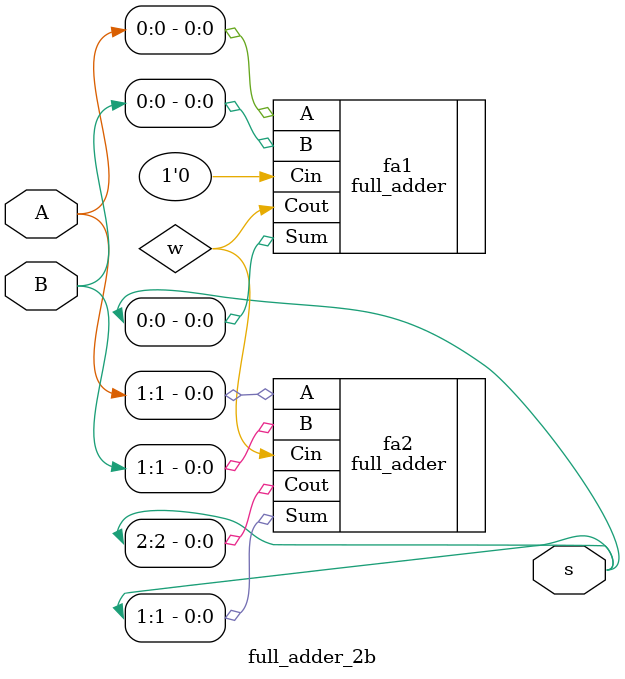
<source format=v>

module full_adder_2b(s, A, B);
    input[1:0] A, B; // bus - [MSB:LSB]
    output[2:0] s;
    wire w;

    full_adder fa1(
        .Sum(s[0]),
        .Cout(w),
        .A(A[0]),
        .B(B[0]),
        .Cin(1'b0) // we give a value of 0 as it is connected to ground
    );

    full_adder fa2(
        .Sum(s[1]),
        .Cout(s[2]),
        .A(A[1]),
        .B(B[1]),
        .Cin(w)
    );

endmodule
</source>
